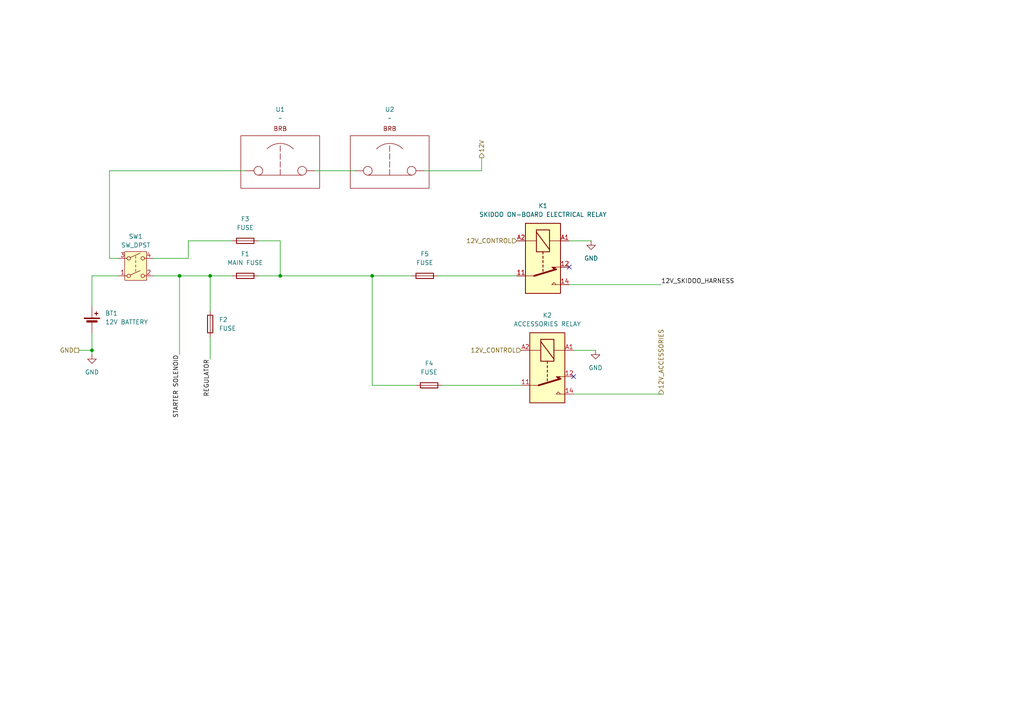
<source format=kicad_sch>
(kicad_sch (version 20250114) (generator "eeschema") (generator_version "9.0")
  (paper "A4")
  (lib_symbols
    (symbol "BRB_1"
      (property "Reference" "U" (at 0 0 0))
      (symbol "BRB_1_0_1"
        (rectangle (start -11.43 11.43) (end 11.43 -3.81))
        (circle (center -6.35 1.27) (radius 1.27))
        (polyline (pts (xy -6.35 0) (xy 6.35 0)))
        (arc (start -3.81 7.62) (mid 0 9.1982) (end 3.81 7.62))
        (polyline (pts (xy 0 0) (xy 0 8.89)) (stroke (width 0) (type dash)))
        (circle (center 6.35 1.27) (radius 1.27))
      )
      (symbol "BRB_1_1_1"
        (text "BRB" (at 0 13.462 0) (effects (font (size 1.27 1.27))))
        (pin free line (at -10.16 1.27 0) (length 2.54) (name "") (number ""))
        (pin free line (at 10.16 1.27 180) (length 2.54) (name "") (number ""))
      )
    )
    (symbol "Device:Battery_Cell" (pin_numbers (hide yes)) (pin_names (offset 0) (hide yes))
      (property "Reference" "BT" (at 2.54 2.54 0))
      (property "Value" "Battery_Cell" (at 2.54 0 0))
      (symbol "Battery_Cell_0_1"
        (rectangle (start -2.286 1.778) (end 2.286 1.524) (fill (type outline)))
        (rectangle (start -1.524 1.016) (end 1.524 0.508) (fill (type outline)))
        (polyline (pts (xy 0 1.778) (xy 0 2.54)))
        (polyline (pts (xy 0 0.762) (xy 0 0)))
        (polyline (pts (xy 0.762 3.048) (xy 1.778 3.048)) (stroke (width 0.254)))
        (polyline (pts (xy 1.27 3.556) (xy 1.27 2.54)) (stroke (width 0.254)))
      )
      (symbol "Battery_Cell_1_1"
        (pin passive line (at 0 5.08 270) (length 2.54) (name "+") (number "1"))
        (pin passive line (at 0 -2.54 90) (length 2.54) (name "-") (number "2"))
      )
    )
    (symbol "Device:Fuse" (pin_numbers (hide yes)) (pin_names (offset 0))
      (property "Reference" "F" (at 2.032 0 90))
      (property "Value" "Fuse" (at -1.905 0 90))
      (symbol "Fuse_0_1"
        (rectangle (start -0.762 -2.54) (end 0.762 2.54) (stroke (width 0.254)))
        (polyline (pts (xy 0 2.54) (xy 0 -2.54)))
      )
      (symbol "Fuse_1_1"
        (pin passive line (at 0 3.81 270) (length 1.27) (name "~") (number "1"))
        (pin passive line (at 0 -3.81 90) (length 1.27) (name "~") (number "2"))
      )
    )
    (symbol "HYBRID_SYMBOLS:BRB"
      (property "Reference" "U" (at 0 0 0))
      (symbol "BRB_0_1"
        (rectangle (start -11.43 11.43) (end 11.43 -3.81))
        (circle (center -6.35 1.27) (radius 1.27))
        (polyline (pts (xy -6.35 0) (xy 6.35 0)))
        (arc (start -3.81 7.62) (mid 0 9.1982) (end 3.81 7.62))
        (polyline (pts (xy 0 0) (xy 0 8.89)) (stroke (width 0) (type dash)))
        (circle (center 6.35 1.27) (radius 1.27))
      )
      (symbol "BRB_1_1"
        (text "BRB" (at 0 13.462 0) (effects (font (size 1.27 1.27))))
        (pin free line (at -10.16 1.27 0) (length 2.54) (name "") (number ""))
        (pin free line (at 10.16 1.27 180) (length 2.54) (name "") (number ""))
      )
    )
    (symbol "Relay:Fujitsu_FTR-LYCA005x"
      (property "Reference" "K" (at 11.43 3.81 0))
      (property "Value" "Fujitsu_FTR-LYCA005x" (at 11.43 1.27 0))
      (symbol "Fujitsu_FTR-LYCA005x_0_0"
        (polyline (pts (xy 7.62 5.08) (xy 7.62 2.54) (xy 6.985 3.175) (xy 7.62 3.81)))
      )
      (symbol "Fujitsu_FTR-LYCA005x_0_1"
        (rectangle (start -10.16 5.08) (end 10.16 -5.08) (stroke (width 0.254)) (fill (type background)))
        (rectangle (start -8.255 1.905) (end -1.905 -1.905) (stroke (width 0.254)))
        (polyline (pts (xy -7.62 -1.905) (xy -2.54 1.905)) (stroke (width 0.254)))
        (polyline (pts (xy -5.08 5.08) (xy -5.08 1.905)))
        (polyline (pts (xy -5.08 -5.08) (xy -5.08 -1.905)))
        (polyline (pts (xy -1.905 0) (xy -1.27 0)) (stroke (width 0.254)))
        (polyline (pts (xy -0.635 0) (xy 0 0)) (stroke (width 0.254)))
        (polyline (pts (xy 0.635 0) (xy 1.27 0)) (stroke (width 0.254)))
        (polyline (pts (xy 1.905 0) (xy 2.54 0)) (stroke (width 0.254)))
        (polyline (pts (xy 2.54 5.08) (xy 2.54 2.54) (xy 3.175 3.175) (xy 2.54 3.81)) (fill (type outline)))
        (polyline (pts (xy 3.175 0) (xy 3.81 0)) (stroke (width 0.254)))
        (polyline (pts (xy 5.08 -2.54) (xy 3.175 3.81)) (stroke (width 0.508)))
        (polyline (pts (xy 5.08 -2.54) (xy 5.08 -5.08)))
      )
      (symbol "Fujitsu_FTR-LYCA005x_1_1"
        (pin passive line (at -5.08 7.62 270) (length 2.54) (name "~") (number "A1"))
        (pin passive line (at -5.08 -7.62 90) (length 2.54) (name "~") (number "A2"))
        (pin passive line (at 2.54 7.62 270) (length 2.54) (name "~") (number "12"))
        (pin passive line (at 5.08 -7.62 90) (length 2.54) (name "~") (number "11"))
        (pin passive line (at 7.62 7.62 270) (length 2.54) (name "~") (number "14"))
      )
    )
    (symbol "Switch:SW_DPST" (pin_names (offset 0) (hide yes))
      (property "Reference" "SW" (at 0 6.35 0))
      (property "Value" "SW_DPST" (at 0 -5.08 0))
      (symbol "SW_DPST_0_0"
        (circle (center -2.032 2.54) (radius 0.508))
        (circle (center -2.032 -2.54) (radius 0.508))
        (polyline (pts (xy -1.524 2.794) (xy 1.27 4.064)))
        (polyline (pts (xy -1.524 -2.286) (xy 1.27 -1.016)))
        (polyline (pts (xy 0 2.54) (xy 0 3.175)))
        (polyline (pts (xy 0 1.27) (xy 0 1.905)))
        (polyline (pts (xy 0 0) (xy 0 0.635)))
        (polyline (pts (xy 0 -1.27) (xy 0 -0.635)))
        (circle (center 2.032 2.54) (radius 0.508))
        (circle (center 2.032 -2.54) (radius 0.508))
      )
      (symbol "SW_DPST_1_1"
        (rectangle (start -3.175 4.445) (end 3.175 -3.81) (fill (type background)))
        (pin passive line (at -5.08 2.54 0) (length 2.54) (name "3") (number "3"))
        (pin passive line (at -5.08 -2.54 0) (length 2.54) (name "1") (number "1"))
        (pin passive line (at 5.08 2.54 180) (length 2.54) (name "4") (number "4"))
        (pin passive line (at 5.08 -2.54 180) (length 2.54) (name "2") (number "2"))
      )
    )
    (symbol "power:GND" (power) (pin_numbers (hide yes)) (pin_names (offset 0) (hide yes))
      (property "Value" "GND" (at 0 -3.81 0))
      (symbol "GND_0_1"
        (polyline (pts (xy 0 0) (xy 0 -1.27) (xy 1.27 -1.27) (xy 0 -2.54) (xy -1.27 -1.27) (xy 0 -1.27)))
      )
      (symbol "GND_1_1"
        (pin power_in line (at 0 0 270) (length 0) (name "~") (number "1"))
      )
    )
  )
  (junction (at 107.95 80.01))
  (junction (at 52.07 80.01))
  (junction (at 60.96 80.01))
  (junction (at 26.67 101.6))
  (junction (at 81.28 80.01))
  (no_connect (at 166.37 109.22))
  (no_connect (at 165.1 77.47))
  (wire (pts (xy 54.61 74.93) (xy 44.45 74.93)))
  (wire (pts (xy 52.07 80.01) (xy 44.45 80.01)))
  (wire (pts (xy 31.75 74.93) (xy 31.75 49.53)))
  (wire (pts (xy 172.72 101.6) (xy 166.37 101.6)))
  (wire (pts (xy 67.31 80.01) (xy 60.96 80.01)))
  (wire (pts (xy 34.29 80.01) (xy 26.67 80.01)))
  (wire (pts (xy 26.67 80.01) (xy 26.67 88.9)))
  (wire (pts (xy 60.96 104.14) (xy 60.96 97.79)))
  (wire (pts (xy 34.29 74.93) (xy 31.75 74.93)))
  (wire (pts (xy 127 80.01) (xy 149.86 80.01)))
  (wire (pts (xy 171.45 69.85) (xy 165.1 69.85)))
  (wire (pts (xy 139.7 45.72) (xy 139.7 49.53)))
  (wire (pts (xy 120.65 111.76) (xy 107.95 111.76)))
  (wire (pts (xy 191.77 114.3) (xy 166.37 114.3)))
  (wire (pts (xy 165.1 82.55) (xy 191.77 82.55)))
  (wire (pts (xy 52.07 80.01) (xy 52.07 102.87)))
  (wire (pts (xy 26.67 96.52) (xy 26.67 101.6)))
  (wire (pts (xy 60.96 80.01) (xy 60.96 90.17)))
  (wire (pts (xy 67.31 69.85) (xy 54.61 69.85)))
  (wire (pts (xy 107.95 80.01) (xy 119.38 80.01)))
  (wire (pts (xy 26.67 102.87) (xy 26.67 101.6)))
  (wire (pts (xy 81.28 80.01) (xy 81.28 69.85)))
  (wire (pts (xy 54.61 69.85) (xy 54.61 74.93)))
  (wire (pts (xy 81.28 69.85) (xy 74.93 69.85)))
  (wire (pts (xy 123.19 49.53) (xy 139.7 49.53)))
  (wire (pts (xy 107.95 111.76) (xy 107.95 80.01)))
  (wire (pts (xy 128.27 111.76) (xy 151.13 111.76)))
  (wire (pts (xy 91.44 49.53) (xy 102.87 49.53)))
  (wire (pts (xy 81.28 80.01) (xy 107.95 80.01)))
  (wire (pts (xy 60.96 80.01) (xy 52.07 80.01)))
  (wire (pts (xy 81.28 80.01) (xy 74.93 80.01)))
  (wire (pts (xy 22.86 101.6) (xy 26.67 101.6)))
  (wire (pts (xy 31.75 49.53) (xy 71.12 49.53)))
  (label "12V_SKIDOO_HARNESS" (at 191.77 82.55 0))
  (label "REGULATOR" (at 60.96 104.14 270))
  (label "STARTER SOLENOID" (at 52.07 102.87 270))
  (hierarchical_label "12V" (shape output) (at 139.7 45.72 90))
  (hierarchical_label "12V_CONTROL" (shape input) (at 151.13 101.6 180))
  (hierarchical_label "12V_ACCESSORIES" (shape output) (at 191.77 114.3 90))
  (hierarchical_label "GND" (shape passive) (at 22.86 101.6 180))
  (hierarchical_label "12V_CONTROL" (shape input) (at 149.86 69.85 180))
  (symbol (lib_id "HYBRID_SYMBOLS:BRB") (at 81.28 50.8 0) (unit 1)
    (property "Reference" "U1" (at 81.28 31.75 0))
    (property "Value" "~" (at 81.28 34.29 0))
  )
  (symbol (lib_id "Device:Battery_Cell") (at 26.67 93.98 0) (unit 1)
    (property "Reference" "BT1" (at 30.48 90.8684 0) (effects (justify left)))
    (property "Value" "12V BATTERY" (at 30.48 93.4084 0) (effects (justify left)))
    (property "Description" "Single-cell battery" (effects (hide yes)))
  )
  (symbol (lib_id "Device:Fuse") (at 60.96 93.98 180) (unit 1)
    (property "Reference" "F2" (at 63.5 92.7099 0) (effects (justify right)))
    (property "Value" "FUSE" (at 63.5 95.2499 0) (effects (justify right)))
    (property "Description" "Fuse" (effects (hide yes)))
  )
  (symbol (lib_name "BRB_1") (lib_id "HYBRID_SYMBOLS:BRB") (at 113.03 50.8 0) (unit 1)
    (property "Reference" "U2" (at 113.03 31.75 0))
    (property "Value" "~" (at 113.03 34.29 0))
  )
  (symbol (lib_id "power:GND") (at 171.45 69.85 0) (unit 1)
    (property "Reference" "#PWR05" (effects (hide yes)))
    (property "Value" "GND" (at 171.45 74.93 0))
    (property "Description" "Power symbol creates a global label with name \"GND\" , ground" (effects (hide yes)))
  )
  (symbol (lib_id "Device:Fuse") (at 124.46 111.76 90) (unit 1)
    (property "Reference" "F4" (at 124.46 105.41 90))
    (property "Value" "FUSE" (at 124.46 107.95 90))
    (property "Description" "Fuse" (effects (hide yes)))
  )
  (symbol (lib_id "power:GND") (at 26.67 102.87 0) (unit 1)
    (property "Reference" "#PWR01" (effects (hide yes)))
    (property "Value" "GND" (at 26.67 107.95 0))
    (property "Description" "Power symbol creates a global label with name \"GND\" , ground" (effects (hide yes)))
  )
  (symbol (lib_id "Switch:SW_DPST") (at 39.37 77.47 0) (unit 1)
    (property "Reference" "SW1" (at 39.37 68.58 0))
    (property "Value" "SW_DPST" (at 39.37 71.12 0))
    (property "Description" "Double Pole Single Throw (DPST) Switch" (effects (hide yes)))
  )
  (symbol (lib_id "power:GND") (at 172.72 101.6 0) (unit 1)
    (property "Reference" "#PWR06" (effects (hide yes)))
    (property "Value" "GND" (at 172.72 106.68 0))
    (property "Description" "Power symbol creates a global label with name \"GND\" , ground" (effects (hide yes)))
  )
  (symbol (lib_id "Device:Fuse") (at 71.12 80.01 90) (unit 1)
    (property "Reference" "F1" (at 71.12 73.66 90))
    (property "Value" "MAIN FUSE" (at 71.12 76.2 90))
    (property "Description" "Fuse" (effects (hide yes)))
  )
  (symbol (lib_id "Device:Fuse") (at 71.12 69.85 270) (unit 1)
    (property "Reference" "F3" (at 71.12 63.5 90))
    (property "Value" "FUSE" (at 71.12 66.04 90))
    (property "Description" "Fuse" (effects (hide yes)))
  )
  (symbol (lib_id "Relay:Fujitsu_FTR-LYCA005x") (at 157.48 74.93 270) (unit 1)
    (property "Reference" "K1" (at 157.48 59.69 90))
    (property "Value" "SKIDOO ON-BOARD ELECTRICAL RELAY" (at 157.48 62.23 90))
    (property "Footprint" "Relay_THT:Relay_SPDT_Fujitsu_FTR-LYCA005x_FormC_Vertical" (effects (hide yes)))
    (property "Datasheet" "https://www.fujitsu.com/sg/imagesgig5/ftr-ly.pdf" (effects (hide yes)))
    (property "Description" "Relay, SPDT Form C, vertical mount, 5-60V coil, 6A, 250VAC, 28 x 5 x 15mm" (effects (hide yes)))
  )
  (symbol (lib_id "Device:Fuse") (at 123.19 80.01 270) (unit 1)
    (property "Reference" "F5" (at 123.19 73.66 90))
    (property "Value" "FUSE" (at 123.19 76.2 90))
    (property "Description" "Fuse" (effects (hide yes)))
  )
  (symbol (lib_id "Relay:Fujitsu_FTR-LYCA005x") (at 158.75 106.68 270) (unit 1)
    (property "Reference" "K2" (at 158.75 91.44 90))
    (property "Value" "ACCESSORIES RELAY" (at 158.75 93.98 90))
    (property "Footprint" "Relay_THT:Relay_SPDT_Fujitsu_FTR-LYCA005x_FormC_Vertical" (effects (hide yes)))
    (property "Datasheet" "https://www.fujitsu.com/sg/imagesgig5/ftr-ly.pdf" (effects (hide yes)))
    (property "Description" "Relay, SPDT Form C, vertical mount, 5-60V coil, 6A, 250VAC, 28 x 5 x 15mm" (effects (hide yes)))
  )
)
</source>
